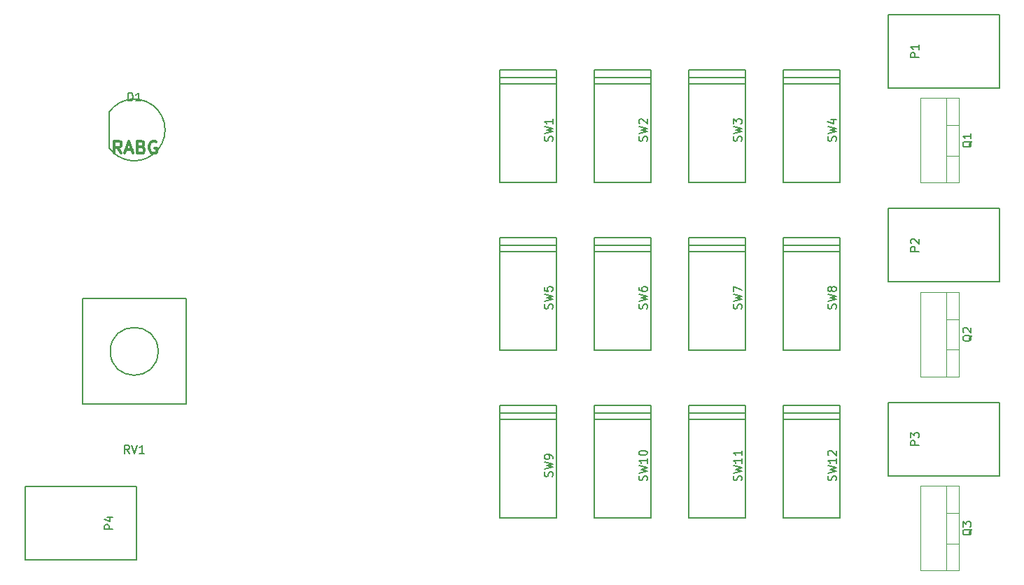
<source format=gbr>
G04 #@! TF.FileFunction,Legend,Top*
%FSLAX46Y46*%
G04 Gerber Fmt 4.6, Leading zero omitted, Abs format (unit mm)*
G04 Created by KiCad (PCBNEW 4.0.6) date 06/23/17 11:54:59*
%MOMM*%
%LPD*%
G01*
G04 APERTURE LIST*
%ADD10C,0.100000*%
%ADD11C,0.300000*%
%ADD12C,0.152400*%
%ADD13C,0.120000*%
%ADD14C,0.150000*%
G04 APERTURE END LIST*
D10*
D11*
X99413429Y-68242571D02*
X98913429Y-67528286D01*
X98556286Y-68242571D02*
X98556286Y-66742571D01*
X99127714Y-66742571D01*
X99270572Y-66814000D01*
X99342000Y-66885429D01*
X99413429Y-67028286D01*
X99413429Y-67242571D01*
X99342000Y-67385429D01*
X99270572Y-67456857D01*
X99127714Y-67528286D01*
X98556286Y-67528286D01*
X99984857Y-67814000D02*
X100699143Y-67814000D01*
X99842000Y-68242571D02*
X100342000Y-66742571D01*
X100842000Y-68242571D01*
X101842000Y-67456857D02*
X102056286Y-67528286D01*
X102127714Y-67599714D01*
X102199143Y-67742571D01*
X102199143Y-67956857D01*
X102127714Y-68099714D01*
X102056286Y-68171143D01*
X101913428Y-68242571D01*
X101342000Y-68242571D01*
X101342000Y-66742571D01*
X101842000Y-66742571D01*
X101984857Y-66814000D01*
X102056286Y-66885429D01*
X102127714Y-67028286D01*
X102127714Y-67171143D01*
X102056286Y-67314000D01*
X101984857Y-67385429D01*
X101842000Y-67456857D01*
X101342000Y-67456857D01*
X103627714Y-66814000D02*
X103484857Y-66742571D01*
X103270571Y-66742571D01*
X103056286Y-66814000D01*
X102913428Y-66956857D01*
X102842000Y-67099714D01*
X102770571Y-67385429D01*
X102770571Y-67599714D01*
X102842000Y-67885429D01*
X102913428Y-68028286D01*
X103056286Y-68171143D01*
X103270571Y-68242571D01*
X103413428Y-68242571D01*
X103627714Y-68171143D01*
X103699143Y-68099714D01*
X103699143Y-67599714D01*
X103413428Y-67599714D01*
D12*
X97917000Y-67564000D02*
X97917000Y-63246000D01*
X97917000Y-67564000D02*
G75*
G03X103124000Y-68453000I3048000J2159000D01*
G01*
X102525145Y-68798749D02*
G75*
G03X97917000Y-63246000I-1560145J3393749D01*
G01*
D13*
X200740000Y-61555000D02*
X200740000Y-71795000D01*
X196099000Y-61555000D02*
X196099000Y-71795000D01*
X200740000Y-61555000D02*
X196099000Y-61555000D01*
X200740000Y-71795000D02*
X196099000Y-71795000D01*
X199230000Y-61555000D02*
X199230000Y-71795000D01*
X200740000Y-64825000D02*
X199230000Y-64825000D01*
X200740000Y-68526000D02*
X199230000Y-68526000D01*
X200740000Y-85050000D02*
X200740000Y-95290000D01*
X196099000Y-85050000D02*
X196099000Y-95290000D01*
X200740000Y-85050000D02*
X196099000Y-85050000D01*
X200740000Y-95290000D02*
X196099000Y-95290000D01*
X199230000Y-85050000D02*
X199230000Y-95290000D01*
X200740000Y-88320000D02*
X199230000Y-88320000D01*
X200740000Y-92021000D02*
X199230000Y-92021000D01*
X200740000Y-108545000D02*
X200740000Y-118785000D01*
X196099000Y-108545000D02*
X196099000Y-118785000D01*
X200740000Y-108545000D02*
X196099000Y-108545000D01*
X200740000Y-118785000D02*
X196099000Y-118785000D01*
X199230000Y-108545000D02*
X199230000Y-118785000D01*
X200740000Y-111815000D02*
X199230000Y-111815000D01*
X200740000Y-115516000D02*
X199230000Y-115516000D01*
D12*
X107213400Y-98628200D02*
X94716600Y-98628200D01*
X94716600Y-85826600D02*
X94716600Y-98628200D01*
X107213400Y-85826600D02*
X107213400Y-98628200D01*
X107213400Y-85826600D02*
X94716600Y-85826600D01*
X103860600Y-92227400D02*
G75*
G03X103860600Y-92227400I-2895600J0D01*
G01*
X101219000Y-108585000D02*
X87757000Y-108585000D01*
X101219000Y-117475000D02*
X87757000Y-117475000D01*
X101219000Y-108585000D02*
X101219000Y-117475000D01*
X87757000Y-108585000D02*
X87757000Y-117475000D01*
X192151000Y-107315000D02*
X205613000Y-107315000D01*
X192151000Y-98425000D02*
X205613000Y-98425000D01*
X192151000Y-107315000D02*
X192151000Y-98425000D01*
X205613000Y-107315000D02*
X205613000Y-98425000D01*
X192151000Y-83820000D02*
X205613000Y-83820000D01*
X192151000Y-74930000D02*
X205613000Y-74930000D01*
X192151000Y-83820000D02*
X192151000Y-74930000D01*
X205613000Y-83820000D02*
X205613000Y-74930000D01*
X192151000Y-60325000D02*
X205613000Y-60325000D01*
X192151000Y-51435000D02*
X205613000Y-51435000D01*
X192151000Y-60325000D02*
X192151000Y-51435000D01*
X205613000Y-60325000D02*
X205613000Y-51435000D01*
X186309000Y-100457000D02*
X179578000Y-100457000D01*
X179578000Y-100457000D02*
X179451000Y-100457000D01*
X179451000Y-99695000D02*
X179451000Y-98806000D01*
X179451000Y-98806000D02*
X186309000Y-98806000D01*
X186309000Y-98806000D02*
X186309000Y-99695000D01*
X179451000Y-112395000D02*
X186309000Y-112395000D01*
X179451000Y-99695000D02*
X186309000Y-99695000D01*
X186309000Y-112395000D02*
X186309000Y-99695000D01*
X179451000Y-112395000D02*
X179451000Y-99695000D01*
X174879000Y-100457000D02*
X168148000Y-100457000D01*
X168148000Y-100457000D02*
X168021000Y-100457000D01*
X168021000Y-99695000D02*
X168021000Y-98806000D01*
X168021000Y-98806000D02*
X174879000Y-98806000D01*
X174879000Y-98806000D02*
X174879000Y-99695000D01*
X168021000Y-112395000D02*
X174879000Y-112395000D01*
X168021000Y-99695000D02*
X174879000Y-99695000D01*
X174879000Y-112395000D02*
X174879000Y-99695000D01*
X168021000Y-112395000D02*
X168021000Y-99695000D01*
X163449000Y-100457000D02*
X156718000Y-100457000D01*
X156718000Y-100457000D02*
X156591000Y-100457000D01*
X156591000Y-99695000D02*
X156591000Y-98806000D01*
X156591000Y-98806000D02*
X163449000Y-98806000D01*
X163449000Y-98806000D02*
X163449000Y-99695000D01*
X156591000Y-112395000D02*
X163449000Y-112395000D01*
X156591000Y-99695000D02*
X163449000Y-99695000D01*
X163449000Y-112395000D02*
X163449000Y-99695000D01*
X156591000Y-112395000D02*
X156591000Y-99695000D01*
X152019000Y-100457000D02*
X145288000Y-100457000D01*
X145288000Y-100457000D02*
X145161000Y-100457000D01*
X145161000Y-99695000D02*
X145161000Y-98806000D01*
X145161000Y-98806000D02*
X152019000Y-98806000D01*
X152019000Y-98806000D02*
X152019000Y-99695000D01*
X145161000Y-112395000D02*
X152019000Y-112395000D01*
X145161000Y-99695000D02*
X152019000Y-99695000D01*
X152019000Y-112395000D02*
X152019000Y-99695000D01*
X145161000Y-112395000D02*
X145161000Y-99695000D01*
X186309000Y-80137000D02*
X179578000Y-80137000D01*
X179578000Y-80137000D02*
X179451000Y-80137000D01*
X179451000Y-79375000D02*
X179451000Y-78486000D01*
X179451000Y-78486000D02*
X186309000Y-78486000D01*
X186309000Y-78486000D02*
X186309000Y-79375000D01*
X179451000Y-92075000D02*
X186309000Y-92075000D01*
X179451000Y-79375000D02*
X186309000Y-79375000D01*
X186309000Y-92075000D02*
X186309000Y-79375000D01*
X179451000Y-92075000D02*
X179451000Y-79375000D01*
X174879000Y-80137000D02*
X168148000Y-80137000D01*
X168148000Y-80137000D02*
X168021000Y-80137000D01*
X168021000Y-79375000D02*
X168021000Y-78486000D01*
X168021000Y-78486000D02*
X174879000Y-78486000D01*
X174879000Y-78486000D02*
X174879000Y-79375000D01*
X168021000Y-92075000D02*
X174879000Y-92075000D01*
X168021000Y-79375000D02*
X174879000Y-79375000D01*
X174879000Y-92075000D02*
X174879000Y-79375000D01*
X168021000Y-92075000D02*
X168021000Y-79375000D01*
X163449000Y-80137000D02*
X156718000Y-80137000D01*
X156718000Y-80137000D02*
X156591000Y-80137000D01*
X156591000Y-79375000D02*
X156591000Y-78486000D01*
X156591000Y-78486000D02*
X163449000Y-78486000D01*
X163449000Y-78486000D02*
X163449000Y-79375000D01*
X156591000Y-92075000D02*
X163449000Y-92075000D01*
X156591000Y-79375000D02*
X163449000Y-79375000D01*
X163449000Y-92075000D02*
X163449000Y-79375000D01*
X156591000Y-92075000D02*
X156591000Y-79375000D01*
X152019000Y-80137000D02*
X145288000Y-80137000D01*
X145288000Y-80137000D02*
X145161000Y-80137000D01*
X145161000Y-79375000D02*
X145161000Y-78486000D01*
X145161000Y-78486000D02*
X152019000Y-78486000D01*
X152019000Y-78486000D02*
X152019000Y-79375000D01*
X145161000Y-92075000D02*
X152019000Y-92075000D01*
X145161000Y-79375000D02*
X152019000Y-79375000D01*
X152019000Y-92075000D02*
X152019000Y-79375000D01*
X145161000Y-92075000D02*
X145161000Y-79375000D01*
X186309000Y-59817000D02*
X179578000Y-59817000D01*
X179578000Y-59817000D02*
X179451000Y-59817000D01*
X179451000Y-59055000D02*
X179451000Y-58166000D01*
X179451000Y-58166000D02*
X186309000Y-58166000D01*
X186309000Y-58166000D02*
X186309000Y-59055000D01*
X179451000Y-71755000D02*
X186309000Y-71755000D01*
X179451000Y-59055000D02*
X186309000Y-59055000D01*
X186309000Y-71755000D02*
X186309000Y-59055000D01*
X179451000Y-71755000D02*
X179451000Y-59055000D01*
X174879000Y-59817000D02*
X168148000Y-59817000D01*
X168148000Y-59817000D02*
X168021000Y-59817000D01*
X168021000Y-59055000D02*
X168021000Y-58166000D01*
X168021000Y-58166000D02*
X174879000Y-58166000D01*
X174879000Y-58166000D02*
X174879000Y-59055000D01*
X168021000Y-71755000D02*
X174879000Y-71755000D01*
X168021000Y-59055000D02*
X174879000Y-59055000D01*
X174879000Y-71755000D02*
X174879000Y-59055000D01*
X168021000Y-71755000D02*
X168021000Y-59055000D01*
X163449000Y-59817000D02*
X156718000Y-59817000D01*
X156718000Y-59817000D02*
X156591000Y-59817000D01*
X156591000Y-59055000D02*
X156591000Y-58166000D01*
X156591000Y-58166000D02*
X163449000Y-58166000D01*
X163449000Y-58166000D02*
X163449000Y-59055000D01*
X156591000Y-71755000D02*
X163449000Y-71755000D01*
X156591000Y-59055000D02*
X163449000Y-59055000D01*
X163449000Y-71755000D02*
X163449000Y-59055000D01*
X156591000Y-71755000D02*
X156591000Y-59055000D01*
X152019000Y-59817000D02*
X145288000Y-59817000D01*
X145288000Y-59817000D02*
X145161000Y-59817000D01*
X145161000Y-59055000D02*
X145161000Y-58166000D01*
X145161000Y-58166000D02*
X152019000Y-58166000D01*
X152019000Y-58166000D02*
X152019000Y-59055000D01*
X145161000Y-71755000D02*
X152019000Y-71755000D01*
X145161000Y-59055000D02*
X152019000Y-59055000D01*
X152019000Y-71755000D02*
X152019000Y-59055000D01*
X145161000Y-71755000D02*
X145161000Y-59055000D01*
D14*
X100226905Y-61897381D02*
X100226905Y-60897381D01*
X100465000Y-60897381D01*
X100607858Y-60945000D01*
X100703096Y-61040238D01*
X100750715Y-61135476D01*
X100798334Y-61325952D01*
X100798334Y-61468810D01*
X100750715Y-61659286D01*
X100703096Y-61754524D01*
X100607858Y-61849762D01*
X100465000Y-61897381D01*
X100226905Y-61897381D01*
X101750715Y-61897381D02*
X101179286Y-61897381D01*
X101465000Y-61897381D02*
X101465000Y-60897381D01*
X101369762Y-61040238D01*
X101274524Y-61135476D01*
X101179286Y-61183095D01*
X202287619Y-66770238D02*
X202240000Y-66865476D01*
X202144762Y-66960714D01*
X202001905Y-67103571D01*
X201954286Y-67198810D01*
X201954286Y-67294048D01*
X202192381Y-67246429D02*
X202144762Y-67341667D01*
X202049524Y-67436905D01*
X201859048Y-67484524D01*
X201525714Y-67484524D01*
X201335238Y-67436905D01*
X201240000Y-67341667D01*
X201192381Y-67246429D01*
X201192381Y-67055952D01*
X201240000Y-66960714D01*
X201335238Y-66865476D01*
X201525714Y-66817857D01*
X201859048Y-66817857D01*
X202049524Y-66865476D01*
X202144762Y-66960714D01*
X202192381Y-67055952D01*
X202192381Y-67246429D01*
X202192381Y-65865476D02*
X202192381Y-66436905D01*
X202192381Y-66151191D02*
X201192381Y-66151191D01*
X201335238Y-66246429D01*
X201430476Y-66341667D01*
X201478095Y-66436905D01*
X202287619Y-90265238D02*
X202240000Y-90360476D01*
X202144762Y-90455714D01*
X202001905Y-90598571D01*
X201954286Y-90693810D01*
X201954286Y-90789048D01*
X202192381Y-90741429D02*
X202144762Y-90836667D01*
X202049524Y-90931905D01*
X201859048Y-90979524D01*
X201525714Y-90979524D01*
X201335238Y-90931905D01*
X201240000Y-90836667D01*
X201192381Y-90741429D01*
X201192381Y-90550952D01*
X201240000Y-90455714D01*
X201335238Y-90360476D01*
X201525714Y-90312857D01*
X201859048Y-90312857D01*
X202049524Y-90360476D01*
X202144762Y-90455714D01*
X202192381Y-90550952D01*
X202192381Y-90741429D01*
X201287619Y-89931905D02*
X201240000Y-89884286D01*
X201192381Y-89789048D01*
X201192381Y-89550952D01*
X201240000Y-89455714D01*
X201287619Y-89408095D01*
X201382857Y-89360476D01*
X201478095Y-89360476D01*
X201620952Y-89408095D01*
X202192381Y-89979524D01*
X202192381Y-89360476D01*
X202287619Y-113760238D02*
X202240000Y-113855476D01*
X202144762Y-113950714D01*
X202001905Y-114093571D01*
X201954286Y-114188810D01*
X201954286Y-114284048D01*
X202192381Y-114236429D02*
X202144762Y-114331667D01*
X202049524Y-114426905D01*
X201859048Y-114474524D01*
X201525714Y-114474524D01*
X201335238Y-114426905D01*
X201240000Y-114331667D01*
X201192381Y-114236429D01*
X201192381Y-114045952D01*
X201240000Y-113950714D01*
X201335238Y-113855476D01*
X201525714Y-113807857D01*
X201859048Y-113807857D01*
X202049524Y-113855476D01*
X202144762Y-113950714D01*
X202192381Y-114045952D01*
X202192381Y-114236429D01*
X201192381Y-113474524D02*
X201192381Y-112855476D01*
X201573333Y-113188810D01*
X201573333Y-113045952D01*
X201620952Y-112950714D01*
X201668571Y-112903095D01*
X201763810Y-112855476D01*
X202001905Y-112855476D01*
X202097143Y-112903095D01*
X202144762Y-112950714D01*
X202192381Y-113045952D01*
X202192381Y-113331667D01*
X202144762Y-113426905D01*
X202097143Y-113474524D01*
X100369762Y-104592381D02*
X100036428Y-104116190D01*
X99798333Y-104592381D02*
X99798333Y-103592381D01*
X100179286Y-103592381D01*
X100274524Y-103640000D01*
X100322143Y-103687619D01*
X100369762Y-103782857D01*
X100369762Y-103925714D01*
X100322143Y-104020952D01*
X100274524Y-104068571D01*
X100179286Y-104116190D01*
X99798333Y-104116190D01*
X100655476Y-103592381D02*
X100988809Y-104592381D01*
X101322143Y-103592381D01*
X102179286Y-104592381D02*
X101607857Y-104592381D01*
X101893571Y-104592381D02*
X101893571Y-103592381D01*
X101798333Y-103735238D01*
X101703095Y-103830476D01*
X101607857Y-103878095D01*
X98377381Y-113768095D02*
X97377381Y-113768095D01*
X97377381Y-113387142D01*
X97425000Y-113291904D01*
X97472619Y-113244285D01*
X97567857Y-113196666D01*
X97710714Y-113196666D01*
X97805952Y-113244285D01*
X97853571Y-113291904D01*
X97901190Y-113387142D01*
X97901190Y-113768095D01*
X97710714Y-112339523D02*
X98377381Y-112339523D01*
X97329762Y-112577619D02*
X98044048Y-112815714D01*
X98044048Y-112196666D01*
X195897381Y-103608095D02*
X194897381Y-103608095D01*
X194897381Y-103227142D01*
X194945000Y-103131904D01*
X194992619Y-103084285D01*
X195087857Y-103036666D01*
X195230714Y-103036666D01*
X195325952Y-103084285D01*
X195373571Y-103131904D01*
X195421190Y-103227142D01*
X195421190Y-103608095D01*
X194897381Y-102703333D02*
X194897381Y-102084285D01*
X195278333Y-102417619D01*
X195278333Y-102274761D01*
X195325952Y-102179523D01*
X195373571Y-102131904D01*
X195468810Y-102084285D01*
X195706905Y-102084285D01*
X195802143Y-102131904D01*
X195849762Y-102179523D01*
X195897381Y-102274761D01*
X195897381Y-102560476D01*
X195849762Y-102655714D01*
X195802143Y-102703333D01*
X195897381Y-80113095D02*
X194897381Y-80113095D01*
X194897381Y-79732142D01*
X194945000Y-79636904D01*
X194992619Y-79589285D01*
X195087857Y-79541666D01*
X195230714Y-79541666D01*
X195325952Y-79589285D01*
X195373571Y-79636904D01*
X195421190Y-79732142D01*
X195421190Y-80113095D01*
X194992619Y-79160714D02*
X194945000Y-79113095D01*
X194897381Y-79017857D01*
X194897381Y-78779761D01*
X194945000Y-78684523D01*
X194992619Y-78636904D01*
X195087857Y-78589285D01*
X195183095Y-78589285D01*
X195325952Y-78636904D01*
X195897381Y-79208333D01*
X195897381Y-78589285D01*
X195897381Y-56618095D02*
X194897381Y-56618095D01*
X194897381Y-56237142D01*
X194945000Y-56141904D01*
X194992619Y-56094285D01*
X195087857Y-56046666D01*
X195230714Y-56046666D01*
X195325952Y-56094285D01*
X195373571Y-56141904D01*
X195421190Y-56237142D01*
X195421190Y-56618095D01*
X195897381Y-55094285D02*
X195897381Y-55665714D01*
X195897381Y-55380000D02*
X194897381Y-55380000D01*
X195040238Y-55475238D01*
X195135476Y-55570476D01*
X195183095Y-55665714D01*
X185824762Y-107854524D02*
X185872381Y-107711667D01*
X185872381Y-107473571D01*
X185824762Y-107378333D01*
X185777143Y-107330714D01*
X185681905Y-107283095D01*
X185586667Y-107283095D01*
X185491429Y-107330714D01*
X185443810Y-107378333D01*
X185396190Y-107473571D01*
X185348571Y-107664048D01*
X185300952Y-107759286D01*
X185253333Y-107806905D01*
X185158095Y-107854524D01*
X185062857Y-107854524D01*
X184967619Y-107806905D01*
X184920000Y-107759286D01*
X184872381Y-107664048D01*
X184872381Y-107425952D01*
X184920000Y-107283095D01*
X184872381Y-106949762D02*
X185872381Y-106711667D01*
X185158095Y-106521190D01*
X185872381Y-106330714D01*
X184872381Y-106092619D01*
X185872381Y-105187857D02*
X185872381Y-105759286D01*
X185872381Y-105473572D02*
X184872381Y-105473572D01*
X185015238Y-105568810D01*
X185110476Y-105664048D01*
X185158095Y-105759286D01*
X184967619Y-104806905D02*
X184920000Y-104759286D01*
X184872381Y-104664048D01*
X184872381Y-104425952D01*
X184920000Y-104330714D01*
X184967619Y-104283095D01*
X185062857Y-104235476D01*
X185158095Y-104235476D01*
X185300952Y-104283095D01*
X185872381Y-104854524D01*
X185872381Y-104235476D01*
X174394762Y-107854524D02*
X174442381Y-107711667D01*
X174442381Y-107473571D01*
X174394762Y-107378333D01*
X174347143Y-107330714D01*
X174251905Y-107283095D01*
X174156667Y-107283095D01*
X174061429Y-107330714D01*
X174013810Y-107378333D01*
X173966190Y-107473571D01*
X173918571Y-107664048D01*
X173870952Y-107759286D01*
X173823333Y-107806905D01*
X173728095Y-107854524D01*
X173632857Y-107854524D01*
X173537619Y-107806905D01*
X173490000Y-107759286D01*
X173442381Y-107664048D01*
X173442381Y-107425952D01*
X173490000Y-107283095D01*
X173442381Y-106949762D02*
X174442381Y-106711667D01*
X173728095Y-106521190D01*
X174442381Y-106330714D01*
X173442381Y-106092619D01*
X174442381Y-105187857D02*
X174442381Y-105759286D01*
X174442381Y-105473572D02*
X173442381Y-105473572D01*
X173585238Y-105568810D01*
X173680476Y-105664048D01*
X173728095Y-105759286D01*
X174442381Y-104235476D02*
X174442381Y-104806905D01*
X174442381Y-104521191D02*
X173442381Y-104521191D01*
X173585238Y-104616429D01*
X173680476Y-104711667D01*
X173728095Y-104806905D01*
X162964762Y-107854524D02*
X163012381Y-107711667D01*
X163012381Y-107473571D01*
X162964762Y-107378333D01*
X162917143Y-107330714D01*
X162821905Y-107283095D01*
X162726667Y-107283095D01*
X162631429Y-107330714D01*
X162583810Y-107378333D01*
X162536190Y-107473571D01*
X162488571Y-107664048D01*
X162440952Y-107759286D01*
X162393333Y-107806905D01*
X162298095Y-107854524D01*
X162202857Y-107854524D01*
X162107619Y-107806905D01*
X162060000Y-107759286D01*
X162012381Y-107664048D01*
X162012381Y-107425952D01*
X162060000Y-107283095D01*
X162012381Y-106949762D02*
X163012381Y-106711667D01*
X162298095Y-106521190D01*
X163012381Y-106330714D01*
X162012381Y-106092619D01*
X163012381Y-105187857D02*
X163012381Y-105759286D01*
X163012381Y-105473572D02*
X162012381Y-105473572D01*
X162155238Y-105568810D01*
X162250476Y-105664048D01*
X162298095Y-105759286D01*
X162012381Y-104568810D02*
X162012381Y-104473571D01*
X162060000Y-104378333D01*
X162107619Y-104330714D01*
X162202857Y-104283095D01*
X162393333Y-104235476D01*
X162631429Y-104235476D01*
X162821905Y-104283095D01*
X162917143Y-104330714D01*
X162964762Y-104378333D01*
X163012381Y-104473571D01*
X163012381Y-104568810D01*
X162964762Y-104664048D01*
X162917143Y-104711667D01*
X162821905Y-104759286D01*
X162631429Y-104806905D01*
X162393333Y-104806905D01*
X162202857Y-104759286D01*
X162107619Y-104711667D01*
X162060000Y-104664048D01*
X162012381Y-104568810D01*
X151534762Y-107378333D02*
X151582381Y-107235476D01*
X151582381Y-106997380D01*
X151534762Y-106902142D01*
X151487143Y-106854523D01*
X151391905Y-106806904D01*
X151296667Y-106806904D01*
X151201429Y-106854523D01*
X151153810Y-106902142D01*
X151106190Y-106997380D01*
X151058571Y-107187857D01*
X151010952Y-107283095D01*
X150963333Y-107330714D01*
X150868095Y-107378333D01*
X150772857Y-107378333D01*
X150677619Y-107330714D01*
X150630000Y-107283095D01*
X150582381Y-107187857D01*
X150582381Y-106949761D01*
X150630000Y-106806904D01*
X150582381Y-106473571D02*
X151582381Y-106235476D01*
X150868095Y-106044999D01*
X151582381Y-105854523D01*
X150582381Y-105616428D01*
X151582381Y-105187857D02*
X151582381Y-104997381D01*
X151534762Y-104902142D01*
X151487143Y-104854523D01*
X151344286Y-104759285D01*
X151153810Y-104711666D01*
X150772857Y-104711666D01*
X150677619Y-104759285D01*
X150630000Y-104806904D01*
X150582381Y-104902142D01*
X150582381Y-105092619D01*
X150630000Y-105187857D01*
X150677619Y-105235476D01*
X150772857Y-105283095D01*
X151010952Y-105283095D01*
X151106190Y-105235476D01*
X151153810Y-105187857D01*
X151201429Y-105092619D01*
X151201429Y-104902142D01*
X151153810Y-104806904D01*
X151106190Y-104759285D01*
X151010952Y-104711666D01*
X185824762Y-87058333D02*
X185872381Y-86915476D01*
X185872381Y-86677380D01*
X185824762Y-86582142D01*
X185777143Y-86534523D01*
X185681905Y-86486904D01*
X185586667Y-86486904D01*
X185491429Y-86534523D01*
X185443810Y-86582142D01*
X185396190Y-86677380D01*
X185348571Y-86867857D01*
X185300952Y-86963095D01*
X185253333Y-87010714D01*
X185158095Y-87058333D01*
X185062857Y-87058333D01*
X184967619Y-87010714D01*
X184920000Y-86963095D01*
X184872381Y-86867857D01*
X184872381Y-86629761D01*
X184920000Y-86486904D01*
X184872381Y-86153571D02*
X185872381Y-85915476D01*
X185158095Y-85724999D01*
X185872381Y-85534523D01*
X184872381Y-85296428D01*
X185300952Y-84772619D02*
X185253333Y-84867857D01*
X185205714Y-84915476D01*
X185110476Y-84963095D01*
X185062857Y-84963095D01*
X184967619Y-84915476D01*
X184920000Y-84867857D01*
X184872381Y-84772619D01*
X184872381Y-84582142D01*
X184920000Y-84486904D01*
X184967619Y-84439285D01*
X185062857Y-84391666D01*
X185110476Y-84391666D01*
X185205714Y-84439285D01*
X185253333Y-84486904D01*
X185300952Y-84582142D01*
X185300952Y-84772619D01*
X185348571Y-84867857D01*
X185396190Y-84915476D01*
X185491429Y-84963095D01*
X185681905Y-84963095D01*
X185777143Y-84915476D01*
X185824762Y-84867857D01*
X185872381Y-84772619D01*
X185872381Y-84582142D01*
X185824762Y-84486904D01*
X185777143Y-84439285D01*
X185681905Y-84391666D01*
X185491429Y-84391666D01*
X185396190Y-84439285D01*
X185348571Y-84486904D01*
X185300952Y-84582142D01*
X174394762Y-87058333D02*
X174442381Y-86915476D01*
X174442381Y-86677380D01*
X174394762Y-86582142D01*
X174347143Y-86534523D01*
X174251905Y-86486904D01*
X174156667Y-86486904D01*
X174061429Y-86534523D01*
X174013810Y-86582142D01*
X173966190Y-86677380D01*
X173918571Y-86867857D01*
X173870952Y-86963095D01*
X173823333Y-87010714D01*
X173728095Y-87058333D01*
X173632857Y-87058333D01*
X173537619Y-87010714D01*
X173490000Y-86963095D01*
X173442381Y-86867857D01*
X173442381Y-86629761D01*
X173490000Y-86486904D01*
X173442381Y-86153571D02*
X174442381Y-85915476D01*
X173728095Y-85724999D01*
X174442381Y-85534523D01*
X173442381Y-85296428D01*
X173442381Y-85010714D02*
X173442381Y-84344047D01*
X174442381Y-84772619D01*
X162964762Y-87058333D02*
X163012381Y-86915476D01*
X163012381Y-86677380D01*
X162964762Y-86582142D01*
X162917143Y-86534523D01*
X162821905Y-86486904D01*
X162726667Y-86486904D01*
X162631429Y-86534523D01*
X162583810Y-86582142D01*
X162536190Y-86677380D01*
X162488571Y-86867857D01*
X162440952Y-86963095D01*
X162393333Y-87010714D01*
X162298095Y-87058333D01*
X162202857Y-87058333D01*
X162107619Y-87010714D01*
X162060000Y-86963095D01*
X162012381Y-86867857D01*
X162012381Y-86629761D01*
X162060000Y-86486904D01*
X162012381Y-86153571D02*
X163012381Y-85915476D01*
X162298095Y-85724999D01*
X163012381Y-85534523D01*
X162012381Y-85296428D01*
X162012381Y-84486904D02*
X162012381Y-84677381D01*
X162060000Y-84772619D01*
X162107619Y-84820238D01*
X162250476Y-84915476D01*
X162440952Y-84963095D01*
X162821905Y-84963095D01*
X162917143Y-84915476D01*
X162964762Y-84867857D01*
X163012381Y-84772619D01*
X163012381Y-84582142D01*
X162964762Y-84486904D01*
X162917143Y-84439285D01*
X162821905Y-84391666D01*
X162583810Y-84391666D01*
X162488571Y-84439285D01*
X162440952Y-84486904D01*
X162393333Y-84582142D01*
X162393333Y-84772619D01*
X162440952Y-84867857D01*
X162488571Y-84915476D01*
X162583810Y-84963095D01*
X151534762Y-87058333D02*
X151582381Y-86915476D01*
X151582381Y-86677380D01*
X151534762Y-86582142D01*
X151487143Y-86534523D01*
X151391905Y-86486904D01*
X151296667Y-86486904D01*
X151201429Y-86534523D01*
X151153810Y-86582142D01*
X151106190Y-86677380D01*
X151058571Y-86867857D01*
X151010952Y-86963095D01*
X150963333Y-87010714D01*
X150868095Y-87058333D01*
X150772857Y-87058333D01*
X150677619Y-87010714D01*
X150630000Y-86963095D01*
X150582381Y-86867857D01*
X150582381Y-86629761D01*
X150630000Y-86486904D01*
X150582381Y-86153571D02*
X151582381Y-85915476D01*
X150868095Y-85724999D01*
X151582381Y-85534523D01*
X150582381Y-85296428D01*
X150582381Y-84439285D02*
X150582381Y-84915476D01*
X151058571Y-84963095D01*
X151010952Y-84915476D01*
X150963333Y-84820238D01*
X150963333Y-84582142D01*
X151010952Y-84486904D01*
X151058571Y-84439285D01*
X151153810Y-84391666D01*
X151391905Y-84391666D01*
X151487143Y-84439285D01*
X151534762Y-84486904D01*
X151582381Y-84582142D01*
X151582381Y-84820238D01*
X151534762Y-84915476D01*
X151487143Y-84963095D01*
X185824762Y-66738333D02*
X185872381Y-66595476D01*
X185872381Y-66357380D01*
X185824762Y-66262142D01*
X185777143Y-66214523D01*
X185681905Y-66166904D01*
X185586667Y-66166904D01*
X185491429Y-66214523D01*
X185443810Y-66262142D01*
X185396190Y-66357380D01*
X185348571Y-66547857D01*
X185300952Y-66643095D01*
X185253333Y-66690714D01*
X185158095Y-66738333D01*
X185062857Y-66738333D01*
X184967619Y-66690714D01*
X184920000Y-66643095D01*
X184872381Y-66547857D01*
X184872381Y-66309761D01*
X184920000Y-66166904D01*
X184872381Y-65833571D02*
X185872381Y-65595476D01*
X185158095Y-65404999D01*
X185872381Y-65214523D01*
X184872381Y-64976428D01*
X185205714Y-64166904D02*
X185872381Y-64166904D01*
X184824762Y-64405000D02*
X185539048Y-64643095D01*
X185539048Y-64024047D01*
X174394762Y-66738333D02*
X174442381Y-66595476D01*
X174442381Y-66357380D01*
X174394762Y-66262142D01*
X174347143Y-66214523D01*
X174251905Y-66166904D01*
X174156667Y-66166904D01*
X174061429Y-66214523D01*
X174013810Y-66262142D01*
X173966190Y-66357380D01*
X173918571Y-66547857D01*
X173870952Y-66643095D01*
X173823333Y-66690714D01*
X173728095Y-66738333D01*
X173632857Y-66738333D01*
X173537619Y-66690714D01*
X173490000Y-66643095D01*
X173442381Y-66547857D01*
X173442381Y-66309761D01*
X173490000Y-66166904D01*
X173442381Y-65833571D02*
X174442381Y-65595476D01*
X173728095Y-65404999D01*
X174442381Y-65214523D01*
X173442381Y-64976428D01*
X173442381Y-64690714D02*
X173442381Y-64071666D01*
X173823333Y-64405000D01*
X173823333Y-64262142D01*
X173870952Y-64166904D01*
X173918571Y-64119285D01*
X174013810Y-64071666D01*
X174251905Y-64071666D01*
X174347143Y-64119285D01*
X174394762Y-64166904D01*
X174442381Y-64262142D01*
X174442381Y-64547857D01*
X174394762Y-64643095D01*
X174347143Y-64690714D01*
X162964762Y-66738333D02*
X163012381Y-66595476D01*
X163012381Y-66357380D01*
X162964762Y-66262142D01*
X162917143Y-66214523D01*
X162821905Y-66166904D01*
X162726667Y-66166904D01*
X162631429Y-66214523D01*
X162583810Y-66262142D01*
X162536190Y-66357380D01*
X162488571Y-66547857D01*
X162440952Y-66643095D01*
X162393333Y-66690714D01*
X162298095Y-66738333D01*
X162202857Y-66738333D01*
X162107619Y-66690714D01*
X162060000Y-66643095D01*
X162012381Y-66547857D01*
X162012381Y-66309761D01*
X162060000Y-66166904D01*
X162012381Y-65833571D02*
X163012381Y-65595476D01*
X162298095Y-65404999D01*
X163012381Y-65214523D01*
X162012381Y-64976428D01*
X162107619Y-64643095D02*
X162060000Y-64595476D01*
X162012381Y-64500238D01*
X162012381Y-64262142D01*
X162060000Y-64166904D01*
X162107619Y-64119285D01*
X162202857Y-64071666D01*
X162298095Y-64071666D01*
X162440952Y-64119285D01*
X163012381Y-64690714D01*
X163012381Y-64071666D01*
X151534762Y-66738333D02*
X151582381Y-66595476D01*
X151582381Y-66357380D01*
X151534762Y-66262142D01*
X151487143Y-66214523D01*
X151391905Y-66166904D01*
X151296667Y-66166904D01*
X151201429Y-66214523D01*
X151153810Y-66262142D01*
X151106190Y-66357380D01*
X151058571Y-66547857D01*
X151010952Y-66643095D01*
X150963333Y-66690714D01*
X150868095Y-66738333D01*
X150772857Y-66738333D01*
X150677619Y-66690714D01*
X150630000Y-66643095D01*
X150582381Y-66547857D01*
X150582381Y-66309761D01*
X150630000Y-66166904D01*
X150582381Y-65833571D02*
X151582381Y-65595476D01*
X150868095Y-65404999D01*
X151582381Y-65214523D01*
X150582381Y-64976428D01*
X151582381Y-64071666D02*
X151582381Y-64643095D01*
X151582381Y-64357381D02*
X150582381Y-64357381D01*
X150725238Y-64452619D01*
X150820476Y-64547857D01*
X150868095Y-64643095D01*
M02*

</source>
